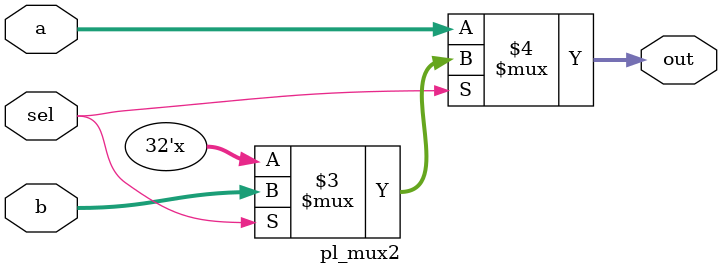
<source format=sv>
`timescale 1ns / 1ps

module pl_mux2 #(parameter N = 32)(
    input  logic [N-1:0] a, b,
    input  logic        sel,
    output logic [N-1:0] out
    );
    
    assign out = (sel == 0) ? a :
                 (sel == 1) ? b : 32'hx;
endmodule

</source>
